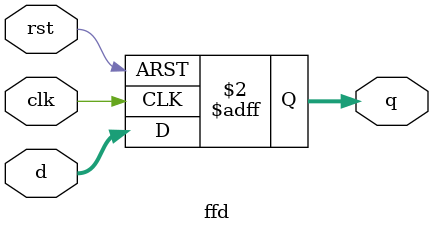
<source format=v>
module ffd #(
    parameter WIDTH = 8
)(
    input  wire clk,
    input  wire rst,
    input  wire [WIDTH-1:0] d,
    output reg  [WIDTH-1:0] q
);

always @(posedge clk or posedge rst) begin
    if (rst)
        q <= {WIDTH{1'b0}};
    else
        q <= d;
end

endmodule
</source>
